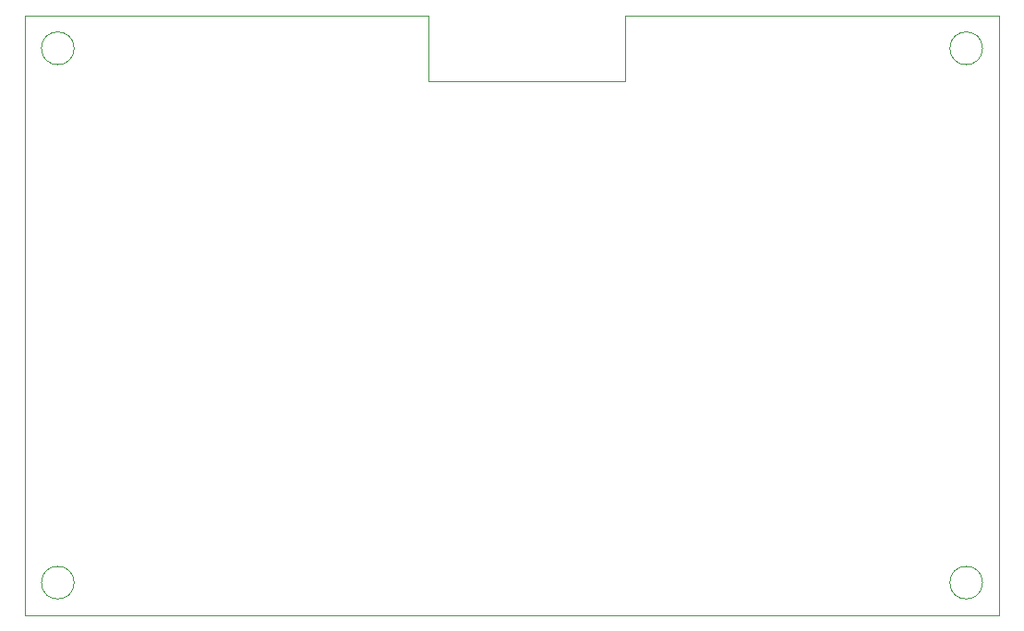
<source format=gbr>
G04 #@! TF.GenerationSoftware,KiCad,Pcbnew,8.0.3-8.0.3-0~ubuntu22.04.1*
G04 #@! TF.CreationDate,2024-07-11T21:40:34+07:00*
G04 #@! TF.ProjectId,kh-gift-hw,6b682d67-6966-4742-9d68-772e6b696361,rev?*
G04 #@! TF.SameCoordinates,Original*
G04 #@! TF.FileFunction,Profile,NP*
%FSLAX46Y46*%
G04 Gerber Fmt 4.6, Leading zero omitted, Abs format (unit mm)*
G04 Created by KiCad (PCBNEW 8.0.3-8.0.3-0~ubuntu22.04.1) date 2024-07-11 21:40:34*
%MOMM*%
%LPD*%
G01*
G04 APERTURE LIST*
G04 #@! TA.AperFunction,Profile*
%ADD10C,0.120000*%
G04 #@! TD*
G04 APERTURE END LIST*
D10*
X32487000Y-92497500D02*
X69487000Y-92497500D01*
X32487000Y-147537500D02*
X32487000Y-92497500D01*
X69487000Y-98497500D02*
X69487000Y-92497500D01*
X69487000Y-98497500D02*
X87487000Y-98497500D01*
X87487000Y-92497500D02*
X121787000Y-92497500D01*
X87487000Y-98497500D02*
X87487000Y-92497500D01*
X121787000Y-92497500D02*
X121787000Y-147537500D01*
X121787000Y-147537500D02*
X32487000Y-147537500D01*
X36987000Y-95497500D02*
G75*
G02*
X33987000Y-95497500I-1500000J0D01*
G01*
X33987000Y-95497500D02*
G75*
G02*
X36987000Y-95497500I1500000J0D01*
G01*
X36987000Y-144537500D02*
G75*
G02*
X33987000Y-144537500I-1500000J0D01*
G01*
X33987000Y-144537500D02*
G75*
G02*
X36987000Y-144537500I1500000J0D01*
G01*
X120287000Y-95497500D02*
G75*
G02*
X117287000Y-95497500I-1500000J0D01*
G01*
X117287000Y-95497500D02*
G75*
G02*
X120287000Y-95497500I1500000J0D01*
G01*
X120287000Y-144537500D02*
G75*
G02*
X117287000Y-144537500I-1500000J0D01*
G01*
X117287000Y-144537500D02*
G75*
G02*
X120287000Y-144537500I1500000J0D01*
G01*
M02*

</source>
